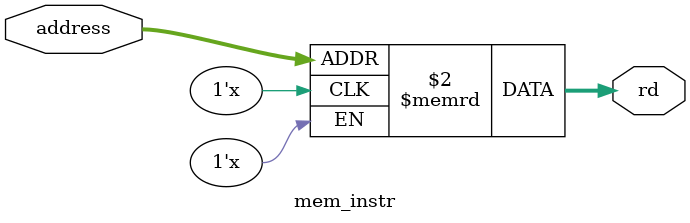
<source format=v>
/*
 Memoria de programa: Es la región de la memoria del sistema donde se 
aloja el programa que se está ejecutando.
*/

module mem_instr(
    input [4:0]      address,   
    output reg [31:0] rd        
);

reg [31:0] IM [31:0];           // 32 instrucciones de 32 bits
  //  IM[0] = 32'h01234567;       // instrucción en la posición 0
  //  IM[1] = 32'h01233333;       // instrucción en la posición 1
  //  IM[2] = 32'h01234569;       // instrucción en la posición 2

always @(*) 
    begin
            rd = IM[address]; //devuelve el registro de IM en la pos adress recibida
    end
   
endmodule


</source>
